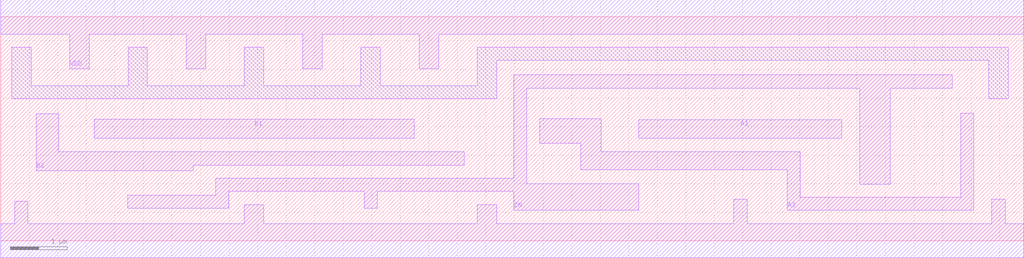
<source format=lef>
# Copyright 2022 GlobalFoundries PDK Authors
#
# Licensed under the Apache License, Version 2.0 (the "License");
# you may not use this file except in compliance with the License.
# You may obtain a copy of the License at
#
#      http://www.apache.org/licenses/LICENSE-2.0
#
# Unless required by applicable law or agreed to in writing, software
# distributed under the License is distributed on an "AS IS" BASIS,
# WITHOUT WARRANTIES OR CONDITIONS OF ANY KIND, either express or implied.
# See the License for the specific language governing permissions and
# limitations under the License.

MACRO gf180mcu_fd_sc_mcu7t5v0__aoi22_4
  CLASS core ;
  FOREIGN gf180mcu_fd_sc_mcu7t5v0__aoi22_4 0.0 0.0 ;
  ORIGIN 0 0 ;
  SYMMETRY X Y ;
  SITE GF018hv5v_mcu_sc7 ;
  SIZE 17.92 BY 3.92 ;
  PIN A1
    DIRECTION INPUT ;
    ANTENNAGATEAREA 4.158 ;
    PORT
      LAYER METAL1 ;
        POLYGON 11.18 1.8 14.73 1.8 14.73 2.12 11.18 2.12  ;
    END
  END A1
  PIN A2
    DIRECTION INPUT ;
    ANTENNAGATEAREA 4.158 ;
    PORT
      LAYER METAL1 ;
        POLYGON 9.445 1.71 10.16 1.71 10.16 1.24 13.78 1.24 13.78 0.53 17.05 0.53 17.05 2.235 16.82 2.235 16.82 0.76 14.01 0.76 14.01 1.56 10.52 1.56 10.52 2.14 9.445 2.14  ;
    END
  END A2
  PIN B1
    DIRECTION INPUT ;
    ANTENNAGATEAREA 4.158 ;
    PORT
      LAYER METAL1 ;
        POLYGON 1.64 1.8 7.24 1.8 7.24 2.13 1.64 2.13  ;
    END
  END B1
  PIN B2
    DIRECTION INPUT ;
    ANTENNAGATEAREA 4.158 ;
    PORT
      LAYER METAL1 ;
        POLYGON 0.62 1.23 3.375 1.23 3.375 1.325 8.12 1.325 8.12 1.56 1.02 1.56 1.02 2.225 0.62 2.225  ;
    END
  END B2
  PIN ZN
    DIRECTION OUTPUT ;
    ANTENNADIFFAREA 4.389 ;
    PORT
      LAYER METAL1 ;
        POLYGON 9.215 2.67 15.05 2.67 15.05 0.99 15.58 0.99 15.58 2.67 16.67 2.67 16.67 2.91 8.985 2.91 8.985 1.095 3.765 1.095 3.765 0.8 2.225 0.8 2.225 0.57 3.995 0.57 3.995 0.865 6.365 0.865 6.365 0.57 6.595 0.57 6.595 0.865 8.985 0.865 8.985 0.53 11.18 0.53 11.18 1 9.215 1  ;
    END
  END ZN
  PIN VDD
    DIRECTION INOUT ;
    USE power ;
    SHAPE ABUTMENT ;
    PORT
      LAYER METAL1 ;
        POLYGON 0 3.62 1.21 3.62 1.21 3.01 1.55 3.01 1.55 3.62 3.25 3.62 3.25 3.01 3.59 3.01 3.59 3.62 5.29 3.62 5.29 3.01 5.63 3.01 5.63 3.62 7.33 3.62 7.33 3.01 7.67 3.01 7.67 3.62 17.65 3.62 17.92 3.62 17.92 4.22 17.65 4.22 0 4.22  ;
    END
  END VDD
  PIN VSS
    DIRECTION INOUT ;
    USE ground ;
    SHAPE ABUTMENT ;
    PORT
      LAYER METAL1 ;
        POLYGON 0 -0.3 17.92 -0.3 17.92 0.3 17.595 0.3 17.595 0.73 17.365 0.73 17.365 0.3 13.075 0.3 13.075 0.73 12.845 0.73 12.845 0.3 8.69 0.3 8.69 0.635 8.35 0.635 8.35 0.3 4.61 0.3 4.61 0.635 4.27 0.635 4.27 0.3 0.475 0.3 0.475 0.695 0.245 0.695 0.245 0.3 0 0.3  ;
    END
  END VSS
  OBS
      LAYER METAL1 ;
        POLYGON 0.19 2.485 8.69 2.485 8.69 3.16 17.31 3.16 17.31 2.485 17.65 2.485 17.65 3.39 8.35 3.39 8.35 2.715 6.65 2.715 6.65 3.39 6.31 3.39 6.31 2.715 4.61 2.715 4.61 3.39 4.27 3.39 4.27 2.715 2.57 2.715 2.57 3.39 2.23 3.39 2.23 2.715 0.53 2.715 0.53 3.39 0.19 3.39  ;
  END
END gf180mcu_fd_sc_mcu7t5v0__aoi22_4

</source>
